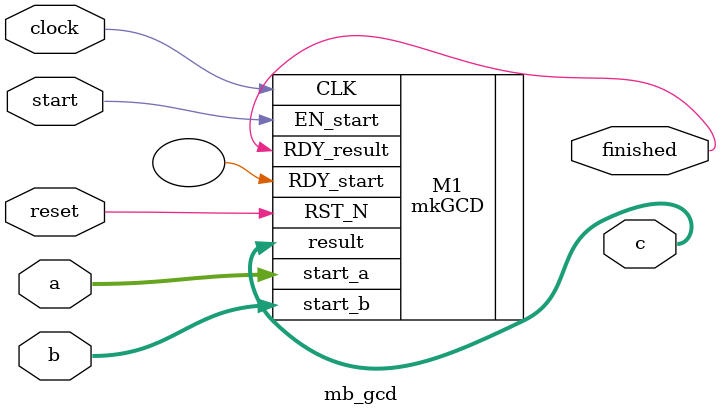
<source format=v>


module mb_gcd
(
    input  wire clock,
    input  wire reset,
    input  wire [31:0] a,
    input  wire [31:0] b,
    output wire [ 31:0] c,
    input  wire start,
    output wire finished    
 );
   
  mkGCD M1(
	   .CLK(clock),
	   .RST_N(reset),
	   .start_a(a),
	   .start_b(b),
	   .EN_start(start),
	   .RDY_start(),
	   .result(c),
	   .RDY_result(finished));   
endmodule  

</source>
